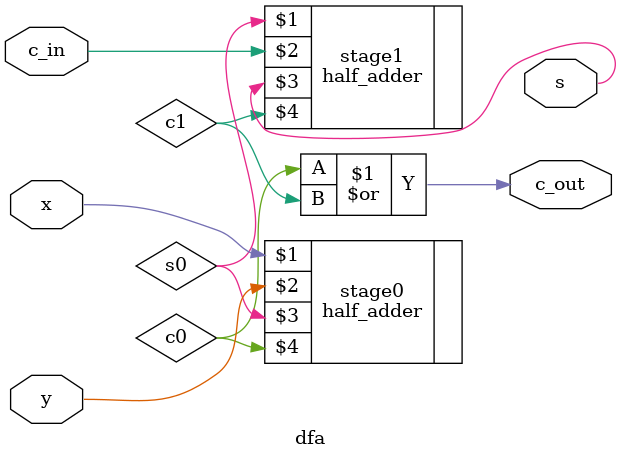
<source format=v>
`include "half_adder.v"
module dfa(x,y,c_in,s,c_out);
input x,y,c_in;
output s,c_out;
wire c0,c1;
half_adder stage0(x,y,s0,c0);
half_adder stage1(s0,c_in,s,c1);
assign c_out = (c0|c1);
endmodule


</source>
